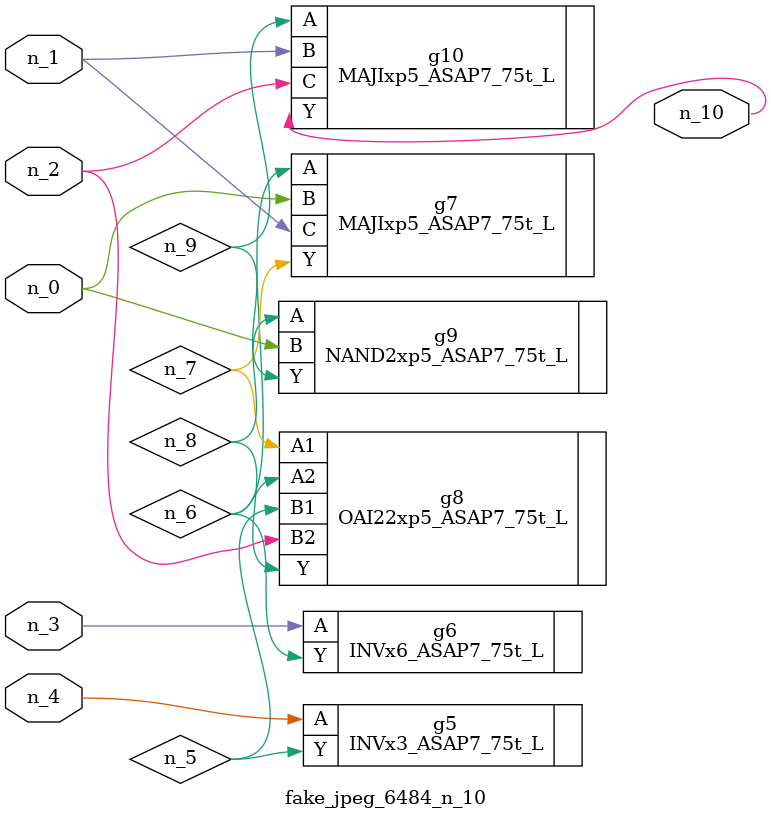
<source format=v>
module fake_jpeg_6484_n_10 (n_3, n_2, n_1, n_0, n_4, n_10);

input n_3;
input n_2;
input n_1;
input n_0;
input n_4;

output n_10;

wire n_8;
wire n_9;
wire n_6;
wire n_5;
wire n_7;

INVx3_ASAP7_75t_L g5 ( 
.A(n_4),
.Y(n_5)
);

INVx6_ASAP7_75t_L g6 ( 
.A(n_3),
.Y(n_6)
);

MAJIxp5_ASAP7_75t_L g7 ( 
.A(n_6),
.B(n_0),
.C(n_1),
.Y(n_7)
);

OAI22xp5_ASAP7_75t_L g8 ( 
.A1(n_7),
.A2(n_6),
.B1(n_5),
.B2(n_2),
.Y(n_8)
);

NAND2xp5_ASAP7_75t_L g9 ( 
.A(n_8),
.B(n_0),
.Y(n_9)
);

MAJIxp5_ASAP7_75t_L g10 ( 
.A(n_9),
.B(n_1),
.C(n_2),
.Y(n_10)
);


endmodule
</source>
